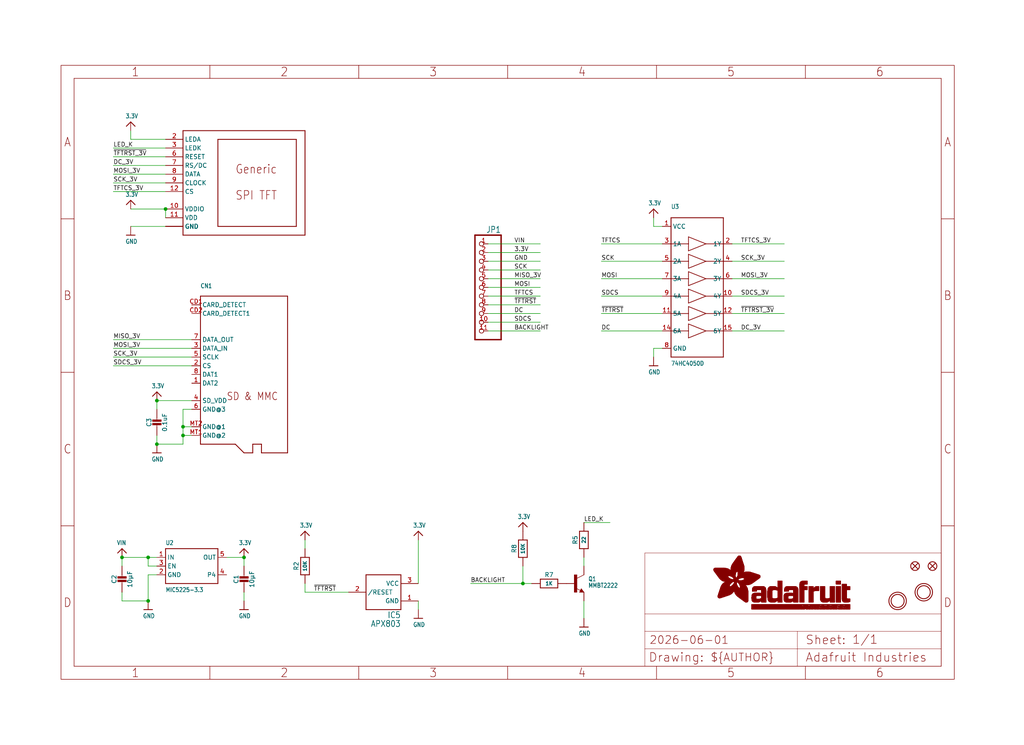
<source format=kicad_sch>
(kicad_sch (version 20230121) (generator eeschema)
  (paper "User" 298.45 217.322)
  (lib_symbols
    (symbol "working-eagle-import:3.3V" (power)
      (property "Value" "3.3V" (at -1.524 1.016 0))
      (symbol "3.3V_1_0"
        (pin power_in line (at 0 -2.54 90) (length 2.54) (name "3.3V") (number "1"))
      )
    )
    (symbol "working-eagle-import:74HC4050D"
      (property "Reference" "U" (at -7.62 22.86 0))
      (symbol "74HC4050D_1_0"
        (pin bidirectional line (at -10.16 17.78 0) (length 2.54) (name "VCC") (number "1"))
        (pin bidirectional line (at 10.16 -2.54 180) (length 2.54) (name "4Y") (number "10"))
        (pin bidirectional line (at -10.16 -7.62 0) (length 2.54) (name "5A") (number "11"))
        (pin bidirectional line (at 10.16 -7.62 180) (length 2.54) (name "5Y") (number "12"))
        (pin bidirectional line (at -10.16 -12.7 0) (length 2.54) (name "6A") (number "14"))
        (pin bidirectional line (at 10.16 -12.7 180) (length 2.54) (name "6Y") (number "15"))
        (pin bidirectional line (at 10.16 12.7 180) (length 2.54) (name "1Y") (number "2"))
        (pin bidirectional line (at -10.16 12.7 0) (length 2.54) (name "1A") (number "3"))
        (pin bidirectional line (at 10.16 7.62 180) (length 2.54) (name "2Y") (number "4"))
        (pin bidirectional line (at -10.16 7.62 0) (length 2.54) (name "2A") (number "5"))
        (pin bidirectional line (at 10.16 2.54 180) (length 2.54) (name "3Y") (number "6"))
        (pin bidirectional line (at -10.16 2.54 0) (length 2.54) (name "3A") (number "7"))
        (pin bidirectional line (at -10.16 -17.78 0) (length 2.54) (name "GND") (number "8"))
        (pin bidirectional line (at -10.16 -2.54 0) (length 2.54) (name "4A") (number "9"))
      )
    )
    (symbol "working-eagle-import:AXP083-SAG"
      (property "Reference" "IC" (at -5.08 -7.62 0))
      (symbol "AXP083-SAG_1_0"
        (pin power_in line (at -10.16 -2.54 0) (length 5.08) (name "GND") (number "1"))
        (pin output line (at 10.16 0 180) (length 5.08) (name "/RESET") (number "2"))
        (pin power_in line (at -10.16 2.54 0) (length 5.08) (name "VCC") (number "3"))
      )
    )
    (symbol "working-eagle-import:CAP_CERAMIC0805-NOOUTLINE"
      (property "Reference" "C" (at -2.29 1.25 90))
      (symbol "CAP_CERAMIC0805-NOOUTLINE_1_0"
        (pin passive line (at 0 5.08 270) (length 2.54) (name "1") (number "1"))
        (pin passive line (at 0 -2.54 90) (length 2.54) (name "2") (number "2"))
      )
    )
    (symbol "working-eagle-import:DISP_LCD_0.9IN_160X80"
      (symbol "DISP_LCD_0.9IN_160X80_1_0"
        (text "Generic" (at -7.62 2.54 0) (effects (font (size 2.54 2.159)) (justify left bottom)))
        (text "SPI TFT" (at -7.62 -5.08 0) (effects (font (size 2.54 2.159)) (justify left bottom)))
        (pin power_in line (at -27.94 -12.7 0) (length 5.08) (name "GND") (number "1"))
        (pin power_in line (at -27.94 -7.62 0) (length 5.08) (name "VDDIO") (number "10"))
        (pin power_in line (at -27.94 -10.16 0) (length 5.08) (name "VDD") (number "11"))
        (pin input line (at -27.94 -2.54 0) (length 5.08) (name "CS") (number "12"))
        (pin power_in line (at -27.94 -12.7 0) (length 5.08) (name "GND") (number "13"))
        (pin input line (at -27.94 12.7 0) (length 5.08) (name "LEDA") (number "2"))
        (pin input line (at -27.94 10.16 0) (length 5.08) (name "LEDK") (number "3"))
        (pin power_in line (at -27.94 -12.7 0) (length 5.08) (name "GND") (number "5"))
        (pin input line (at -27.94 7.62 0) (length 5.08) (name "RESET") (number "6"))
        (pin input line (at -27.94 5.08 0) (length 5.08) (name "RS/DC") (number "7"))
        (pin bidirectional line (at -27.94 2.54 0) (length 5.08) (name "DATA") (number "8"))
        (pin input line (at -27.94 0 0) (length 5.08) (name "CLOCK") (number "9"))
      )
    )
    (symbol "working-eagle-import:FIDUCIAL_1MM")
    (symbol "working-eagle-import:FRAME_A4_ADAFRUIT"
      (symbol "FRAME_A4_ADAFRUIT_1_0"
        (text "${#}/${##}" (at 230.505 10.16 0) (effects (font (size 2.54 2.54)) (justify left bottom)))
        (text "${AUTHOR}" (at 189.23 5.08 0) (effects (font (size 2.286 2.286)) (justify left bottom)))
        (text "${CURRENT_DATE}" (at 171.45 10.16 0) (effects (font (size 2.286 2.286)) (justify left bottom)))
        (text "${PROJECTNAME}" (at 171.45 15.24 0) (effects (font (size 2.54 2.54)) (justify left bottom)))
        (text "1" (at 21.6958 1.905 0) (effects (font (size 2.54 2.286))))
        (text "1" (at 21.6958 177.165 0) (effects (font (size 2.54 2.286))))
        (text "2" (at 65.0875 1.905 0) (effects (font (size 2.54 2.286))))
        (text "2" (at 65.0875 177.165 0) (effects (font (size 2.54 2.286))))
        (text "3" (at 108.4792 1.905 0) (effects (font (size 2.54 2.286))))
        (text "3" (at 108.4792 177.165 0) (effects (font (size 2.54 2.286))))
        (text "4" (at 151.8708 1.905 0) (effects (font (size 2.54 2.286))))
        (text "4" (at 151.8708 177.165 0) (effects (font (size 2.54 2.286))))
        (text "5" (at 195.2625 1.905 0) (effects (font (size 2.54 2.286))))
        (text "5" (at 195.2625 177.165 0) (effects (font (size 2.54 2.286))))
        (text "6" (at 238.6542 1.905 0) (effects (font (size 2.54 2.286))))
        (text "6" (at 238.6542 177.165 0) (effects (font (size 2.54 2.286))))
        (text "A" (at 1.905 156.6863 0) (effects (font (size 2.54 2.286))))
        (text "A" (at 258.445 156.6863 0) (effects (font (size 2.54 2.286))))
        (text "Adafruit Industries" (at 216.916 4.953 0) (effects (font (size 2.54 2.54)) (justify left bottom)))
        (text "B" (at 1.905 111.9188 0) (effects (font (size 2.54 2.286))))
        (text "B" (at 258.445 111.9188 0) (effects (font (size 2.54 2.286))))
        (text "C" (at 1.905 67.1513 0) (effects (font (size 2.54 2.286))))
        (text "C" (at 258.445 67.1513 0) (effects (font (size 2.54 2.286))))
        (text "D" (at 1.905 22.3838 0) (effects (font (size 2.54 2.286))))
        (text "D" (at 258.445 22.3838 0) (effects (font (size 2.54 2.286))))
        (text "Drawing:" (at 171.196 4.953 0) (effects (font (size 2.54 2.54)) (justify left bottom)))
        (text "Sheet:" (at 216.916 10.033 0) (effects (font (size 2.54 2.54)) (justify left bottom)))
      )
    )
    (symbol "working-eagle-import:GND" (power)
      (property "Value" "GND" (at -1.524 -2.54 0))
      (symbol "GND_1_0"
        (pin power_in line (at 0 2.54 270) (length 2.54) (name "GND") (number "1"))
      )
    )
    (symbol "working-eagle-import:HEADER-1X11"
      (property "Reference" "JP" (at -6.35 15.875 0))
      (symbol "HEADER-1X11_1_0"
        (pin passive inverted (at -2.54 12.7 0) (length 2.54) (name "1") (number "1"))
        (pin passive inverted (at -2.54 -10.16 0) (length 2.54) (name "10") (number "10"))
        (pin passive inverted (at -2.54 -12.7 0) (length 2.54) (name "11") (number "11"))
        (pin passive inverted (at -2.54 10.16 0) (length 2.54) (name "2") (number "2"))
        (pin passive inverted (at -2.54 7.62 0) (length 2.54) (name "3") (number "3"))
        (pin passive inverted (at -2.54 5.08 0) (length 2.54) (name "4") (number "4"))
        (pin passive inverted (at -2.54 2.54 0) (length 2.54) (name "5") (number "5"))
        (pin passive inverted (at -2.54 0 0) (length 2.54) (name "6") (number "6"))
        (pin passive inverted (at -2.54 -2.54 0) (length 2.54) (name "7") (number "7"))
        (pin passive inverted (at -2.54 -5.08 0) (length 2.54) (name "8") (number "8"))
        (pin passive inverted (at -2.54 -7.62 0) (length 2.54) (name "9") (number "9"))
      )
    )
    (symbol "working-eagle-import:MICROSD"
      (property "Reference" "X" (at -12.7 22.606 0))
      (symbol "MICROSD_1_0"
        (text "SD & MMC" (at -5.08 -10.16 0) (effects (font (size 2.1844 1.8567)) (justify left bottom)))
        (pin bidirectional line (at -15.24 -5.08 0) (length 2.54) (name "DAT2") (number "1"))
        (pin input line (at -15.24 0 0) (length 2.54) (name "CS") (number "2"))
        (pin input line (at -15.24 5.08 0) (length 2.54) (name "DATA_IN") (number "3"))
        (pin power_in line (at -15.24 -10.16 0) (length 2.54) (name "SD_VDD") (number "4"))
        (pin input line (at -15.24 2.54 0) (length 2.54) (name "SCLK") (number "5"))
        (pin power_in line (at -15.24 -12.7 0) (length 2.54) (name "GND@3") (number "6"))
        (pin output line (at -15.24 7.62 0) (length 2.54) (name "DATA_OUT") (number "7"))
        (pin bidirectional line (at -15.24 -2.54 0) (length 2.54) (name "DAT1") (number "8"))
        (pin passive line (at -15.24 17.78 0) (length 2.54) (name "CARD_DETECT") (number "CD1"))
        (pin passive line (at -15.24 15.24 0) (length 2.54) (name "CARD_DETECT1") (number "CD2"))
        (pin power_in line (at -15.24 -20.32 0) (length 2.54) (name "GND@2") (number "MT1"))
        (pin power_in line (at -15.24 -17.78 0) (length 2.54) (name "GND@1") (number "MT2"))
      )
    )
    (symbol "working-eagle-import:MOUNTINGHOLE2.5")
    (symbol "working-eagle-import:RESISTOR_0603_NOOUT"
      (property "Reference" "R" (at 0 2.54 0))
      (symbol "RESISTOR_0603_NOOUT_1_0"
        (pin passive line (at -5.08 0 0) (length 2.54) (name "1") (number "1"))
        (pin passive line (at 5.08 0 180) (length 2.54) (name "2") (number "2"))
      )
    )
    (symbol "working-eagle-import:TRANSISTOR_NPNWIDE"
      (property "Reference" "Q" (at 1.27 0.635 0))
      (symbol "TRANSISTOR_NPNWIDE_1_0"
        (pin passive line (at -5.08 0 0) (length 2.54) (name "B") (number "1"))
        (pin passive line (at 0 -5.08 90) (length 2.54) (name "E") (number "2"))
        (pin passive line (at 0 5.08 270) (length 2.54) (name "C") (number "3"))
      )
    )
    (symbol "working-eagle-import:VIN" (power)
      (property "Value" "VIN" (at -1.524 1.016 0))
      (symbol "VIN_1_0"
        (pin power_in line (at 0 -2.54 90) (length 2.54) (name "VIN") (number "1"))
      )
    )
    (symbol "working-eagle-import:VREG_SOT23-5"
      (property "Reference" "U" (at -7.62 6.096 0))
      (symbol "VREG_SOT23-5_1_0"
        (pin power_in line (at -10.16 2.54 0) (length 2.54) (name "IN") (number "1"))
        (pin power_in line (at -10.16 -2.54 0) (length 2.54) (name "GND") (number "2"))
        (pin input line (at -10.16 0 0) (length 2.54) (name "EN") (number "3"))
        (pin bidirectional line (at 10.16 -2.54 180) (length 2.54) (name "P4") (number "4"))
        (pin power_in line (at 10.16 2.54 180) (length 2.54) (name "OUT") (number "5"))
      )
    )
  )
  (junction (at 53.34 127))
  (junction (at 45.72 129.54))
  (junction (at 43.18 175.26))
  (junction (at 152.4 170.18))
  (junction (at 53.34 124.46))
  (junction (at 48.26 60.96))
  (junction (at 43.18 162.56))
  (junction (at 35.56 162.56))
  (junction (at 71.12 162.56))
  (junction (at 45.72 116.84))
  (wire (pts (xy 213.36 86.36) (xy 228.6 86.36)) (stroke (width 0.1524)))
  (wire (pts (xy 45.72 162.56) (xy 43.18 162.56)) (stroke (width 0.1524)))
  (wire (pts (xy 142.24 76.2) (xy 157.48 76.2)) (stroke (width 0.1524)))
  (wire (pts (xy 55.88 106.68) (xy 33.02 106.68)) (stroke (width 0.1524)))
  (wire (pts (xy 71.12 172.72) (xy 71.12 175.26)) (stroke (width 0.1524)))
  (wire (pts (xy 157.48 81.28) (xy 142.24 81.28)) (stroke (width 0.1524)))
  (wire (pts (xy 190.5 63.5) (xy 190.5 66.04)) (stroke (width 0.1524)))
  (wire (pts (xy 38.1 40.64) (xy 38.1 38.1)) (stroke (width 0.1524)))
  (wire (pts (xy 33.02 50.8) (xy 48.26 50.8)) (stroke (width 0.1524)))
  (wire (pts (xy 193.04 81.28) (xy 175.26 81.28)) (stroke (width 0.1524)))
  (wire (pts (xy 213.36 76.2) (xy 228.6 76.2)) (stroke (width 0.1524)))
  (wire (pts (xy 121.92 175.26) (xy 121.92 177.8)) (stroke (width 0.1524)))
  (wire (pts (xy 55.88 127) (xy 53.34 127)) (stroke (width 0.1524)))
  (wire (pts (xy 157.48 96.52) (xy 142.24 96.52)) (stroke (width 0.1524)))
  (wire (pts (xy 48.26 43.18) (xy 33.02 43.18)) (stroke (width 0.1524)))
  (wire (pts (xy 190.5 66.04) (xy 193.04 66.04)) (stroke (width 0.1524)))
  (wire (pts (xy 193.04 71.12) (xy 175.26 71.12)) (stroke (width 0.1524)))
  (wire (pts (xy 53.34 129.54) (xy 45.72 129.54)) (stroke (width 0.1524)))
  (wire (pts (xy 35.56 172.72) (xy 35.56 175.26)) (stroke (width 0.1524)))
  (wire (pts (xy 53.34 119.38) (xy 53.34 124.46)) (stroke (width 0.1524)))
  (wire (pts (xy 35.56 165.1) (xy 35.56 162.56)) (stroke (width 0.1524)))
  (wire (pts (xy 193.04 76.2) (xy 175.26 76.2)) (stroke (width 0.1524)))
  (wire (pts (xy 193.04 91.44) (xy 175.26 91.44)) (stroke (width 0.1524)))
  (wire (pts (xy 53.34 127) (xy 53.34 129.54)) (stroke (width 0.1524)))
  (wire (pts (xy 190.5 101.6) (xy 190.5 104.14)) (stroke (width 0.1524)))
  (wire (pts (xy 55.88 119.38) (xy 53.34 119.38)) (stroke (width 0.1524)))
  (wire (pts (xy 48.26 45.72) (xy 33.02 45.72)) (stroke (width 0.1524)))
  (wire (pts (xy 142.24 83.82) (xy 157.48 83.82)) (stroke (width 0.1524)))
  (wire (pts (xy 55.88 104.14) (xy 33.02 104.14)) (stroke (width 0.1524)))
  (wire (pts (xy 48.26 48.26) (xy 33.02 48.26)) (stroke (width 0.1524)))
  (wire (pts (xy 142.24 78.74) (xy 157.48 78.74)) (stroke (width 0.1524)))
  (wire (pts (xy 48.26 53.34) (xy 33.02 53.34)) (stroke (width 0.1524)))
  (wire (pts (xy 101.6 172.72) (xy 88.9 172.72)) (stroke (width 0.1524)))
  (wire (pts (xy 213.36 91.44) (xy 228.6 91.44)) (stroke (width 0.1524)))
  (wire (pts (xy 142.24 71.12) (xy 157.48 71.12)) (stroke (width 0.1524)))
  (wire (pts (xy 48.26 40.64) (xy 38.1 40.64)) (stroke (width 0.1524)))
  (wire (pts (xy 33.02 55.88) (xy 48.26 55.88)) (stroke (width 0.1524)))
  (wire (pts (xy 43.18 165.1) (xy 43.18 162.56)) (stroke (width 0.1524)))
  (wire (pts (xy 35.56 175.26) (xy 43.18 175.26)) (stroke (width 0.1524)))
  (wire (pts (xy 170.18 175.26) (xy 170.18 180.34)) (stroke (width 0.1524)))
  (wire (pts (xy 121.92 170.18) (xy 121.92 157.48)) (stroke (width 0.1524)))
  (wire (pts (xy 213.36 81.28) (xy 228.6 81.28)) (stroke (width 0.1524)))
  (wire (pts (xy 38.1 60.96) (xy 48.26 60.96)) (stroke (width 0.1524)))
  (wire (pts (xy 66.04 162.56) (xy 71.12 162.56)) (stroke (width 0.1524)))
  (wire (pts (xy 152.4 165.1) (xy 152.4 170.18)) (stroke (width 0.1524)))
  (wire (pts (xy 43.18 162.56) (xy 35.56 162.56)) (stroke (width 0.1524)))
  (wire (pts (xy 154.94 170.18) (xy 152.4 170.18)) (stroke (width 0.1524)))
  (wire (pts (xy 193.04 101.6) (xy 190.5 101.6)) (stroke (width 0.1524)))
  (wire (pts (xy 157.48 86.36) (xy 142.24 86.36)) (stroke (width 0.1524)))
  (wire (pts (xy 45.72 116.84) (xy 45.72 119.38)) (stroke (width 0.1524)))
  (wire (pts (xy 43.18 167.64) (xy 43.18 175.26)) (stroke (width 0.1524)))
  (wire (pts (xy 157.48 91.44) (xy 142.24 91.44)) (stroke (width 0.1524)))
  (wire (pts (xy 142.24 88.9) (xy 157.48 88.9)) (stroke (width 0.1524)))
  (wire (pts (xy 152.4 170.18) (xy 137.16 170.18)) (stroke (width 0.1524)))
  (wire (pts (xy 170.18 162.56) (xy 170.18 165.1)) (stroke (width 0.1524)))
  (wire (pts (xy 88.9 172.72) (xy 88.9 170.18)) (stroke (width 0.1524)))
  (wire (pts (xy 48.26 63.5) (xy 48.26 60.96)) (stroke (width 0.1524)))
  (wire (pts (xy 177.8 152.4) (xy 170.18 152.4)) (stroke (width 0.1524)))
  (wire (pts (xy 193.04 86.36) (xy 175.26 86.36)) (stroke (width 0.1524)))
  (wire (pts (xy 55.88 101.6) (xy 33.02 101.6)) (stroke (width 0.1524)))
  (wire (pts (xy 88.9 160.02) (xy 88.9 157.48)) (stroke (width 0.1524)))
  (wire (pts (xy 45.72 167.64) (xy 43.18 167.64)) (stroke (width 0.1524)))
  (wire (pts (xy 55.88 116.84) (xy 45.72 116.84)) (stroke (width 0.1524)))
  (wire (pts (xy 213.36 96.52) (xy 228.6 96.52)) (stroke (width 0.1524)))
  (wire (pts (xy 142.24 93.98) (xy 157.48 93.98)) (stroke (width 0.1524)))
  (wire (pts (xy 193.04 96.52) (xy 175.26 96.52)) (stroke (width 0.1524)))
  (wire (pts (xy 53.34 124.46) (xy 53.34 127)) (stroke (width 0.1524)))
  (wire (pts (xy 45.72 165.1) (xy 43.18 165.1)) (stroke (width 0.1524)))
  (wire (pts (xy 228.6 71.12) (xy 213.36 71.12)) (stroke (width 0.1524)))
  (wire (pts (xy 55.88 99.06) (xy 33.02 99.06)) (stroke (width 0.1524)))
  (wire (pts (xy 38.1 66.04) (xy 48.26 66.04)) (stroke (width 0.1524)))
  (wire (pts (xy 55.88 124.46) (xy 53.34 124.46)) (stroke (width 0.1524)))
  (wire (pts (xy 71.12 162.56) (xy 71.12 165.1)) (stroke (width 0.1524)))
  (wire (pts (xy 45.72 127) (xy 45.72 129.54)) (stroke (width 0.1524)))
  (wire (pts (xy 142.24 73.66) (xy 157.48 73.66)) (stroke (width 0.1524)))
  (label "TFTCS" (at 175.26 71.12 0) (effects (font (size 1.2446 1.2446))))
  (label "LED_K" (at 33.02 43.18 0) (effects (font (size 1.2446 1.2446))))
  (label "SDCS_3V" (at 33.02 106.68 0) (effects (font (size 1.2446 1.2446))))
  (label "~{TFTRST}" (at 149.86 88.9 0) (effects (font (size 1.2446 1.2446))))
  (label "SDCS" (at 175.26 86.36 0) (effects (font (size 1.2446 1.2446))))
  (label "DC" (at 149.86 91.44 0) (effects (font (size 1.2446 1.2446))))
  (label "SCK" (at 149.86 78.74 0) (effects (font (size 1.2446 1.2446))))
  (label "DC_3V" (at 215.9 96.52 0) (effects (font (size 1.2446 1.2446))))
  (label "TFTCS_3V" (at 215.9 71.12 0) (effects (font (size 1.2446 1.2446))))
  (label "~{TFTRST_3V}" (at 33.02 45.72 0) (effects (font (size 1.2446 1.2446))))
  (label "DC_3V" (at 33.02 48.26 0) (effects (font (size 1.2446 1.2446))))
  (label "DC" (at 175.26 96.52 0) (effects (font (size 1.2446 1.2446))))
  (label "MISO_3V" (at 149.86 81.28 0) (effects (font (size 1.2446 1.2446))))
  (label "MOSI_3V" (at 33.02 101.6 0) (effects (font (size 1.2446 1.2446))))
  (label "3.3V" (at 149.86 73.66 0) (effects (font (size 1.2446 1.2446))))
  (label "TFTCS_3V" (at 33.02 55.88 0) (effects (font (size 1.2446 1.2446))))
  (label "~{TFTRST}" (at 91.44 172.72 0) (effects (font (size 1.2446 1.2446))))
  (label "BACKLIGHT" (at 137.16 170.18 0) (effects (font (size 1.2446 1.2446))))
  (label "SCK_3V" (at 33.02 104.14 0) (effects (font (size 1.2446 1.2446))))
  (label "SCK_3V" (at 33.02 53.34 0) (effects (font (size 1.2446 1.2446))))
  (label "MISO_3V" (at 33.02 99.06 0) (effects (font (size 1.2446 1.2446))))
  (label "SCK_3V" (at 215.9 76.2 0) (effects (font (size 1.2446 1.2446))))
  (label "LED_K" (at 170.18 152.4 0) (effects (font (size 1.2446 1.2446))))
  (label "MOSI_3V" (at 33.02 50.8 0) (effects (font (size 1.2446 1.2446))))
  (label "MOSI" (at 175.26 81.28 0) (effects (font (size 1.2446 1.2446))))
  (label "MOSI_3V" (at 215.9 81.28 0) (effects (font (size 1.2446 1.2446))))
  (label "SCK" (at 175.26 76.2 0) (effects (font (size 1.2446 1.2446))))
  (label "BACKLIGHT" (at 149.86 96.52 0) (effects (font (size 1.2446 1.2446))))
  (label "SDCS" (at 149.86 93.98 0) (effects (font (size 1.2446 1.2446))))
  (label "TFTCS" (at 149.86 86.36 0) (effects (font (size 1.2446 1.2446))))
  (label "VIN" (at 149.86 71.12 0) (effects (font (size 1.2446 1.2446))))
  (label "GND" (at 149.86 76.2 0) (effects (font (size 1.2446 1.2446))))
  (label "SDCS_3V" (at 215.9 86.36 0) (effects (font (size 1.2446 1.2446))))
  (label "~{TFTRST}" (at 175.26 91.44 0) (effects (font (size 1.2446 1.2446))))
  (label "MOSI" (at 149.86 83.82 0) (effects (font (size 1.2446 1.2446))))
  (label "~{TFTRST_3V}" (at 215.9 91.44 0) (effects (font (size 1.2446 1.2446))))
  (symbol (lib_id "working-eagle-import:FRAME_A4_ADAFRUIT") (at 17.78 198.12 0) (unit 1)
    (property "Reference" "#U$1" (effects hide))
    (property "Value" "FRAME_A4_ADAFRUIT" (effects hide))
  )
  (symbol (lib_id "working-eagle-import:GND") (at 43.18 177.8 0) (unit 1)
    (property "Reference" "#U$25" (effects hide))
    (property "Value" "GND" (at 41.656 180.34 0) (effects (font (size 1.27 1.0795)) (justify left bottom)))
  )
  (symbol (lib_id "working-eagle-import:GND") (at 45.72 132.08 0) (unit 1)
    (property "Reference" "#U$22" (effects hide))
    (property "Value" "GND" (at 44.196 134.62 0) (effects (font (size 1.27 1.0795)) (justify left bottom)))
  )
  (symbol (lib_id "working-eagle-import:RESISTOR_0603_NOOUT") (at 152.4 160.02 90) (unit 1)
    (property "Reference" "R8" (at 149.86 160.02 0))
    (property "Value" "10K" (at 152.4 160.02 0) (effects (font (size 1.016 1.016) bold)))
    (property "Footprint" "working:0603-NO" (effects hide))
  )
  (symbol (lib_id "working-eagle-import:3.3V") (at 38.1 35.56 0) (unit 1)
    (property "Reference" "#U$15" (effects hide))
    (property "Value" "3.3V" (at 36.576 34.544 0) (effects (font (size 1.27 1.0795)) (justify left bottom)))
  )
  (symbol (lib_id "working-eagle-import:MICROSD") (at 71.12 106.68 0) (unit 1)
    (property "Reference" "CN1" (at 58.42 84.074 0) (effects (font (size 1.27 1.0795)) (justify left bottom)))
    (property "Value" "MICROSD" (effects hide))
    (property "Footprint" "working:MICROSD" (effects hide))
  )
  (symbol (lib_id "working-eagle-import:FIDUCIAL_1MM") (at 271.78 165.1 0) (unit 1)
    (property "Reference" "FID1" (effects hide))
    (property "Value" "FIDUCIAL_1MM" (effects hide))
    (property "Footprint" "working:FIDUCIAL_1MM" (effects hide))
  )
  (symbol (lib_id "working-eagle-import:3.3V") (at 121.92 154.94 0) (unit 1)
    (property "Reference" "#U$31" (effects hide))
    (property "Value" "3.3V" (at 120.396 153.924 0) (effects (font (size 1.27 1.0795)) (justify left bottom)))
  )
  (symbol (lib_id "working-eagle-import:DISP_LCD_0.9IN_160X80") (at 76.2 53.34 0) (unit 1)
    (property "Reference" "U$2" (effects hide))
    (property "Value" "DISP_LCD_0.9IN_160X80" (effects hide))
    (property "Footprint" "working:TFT_0.96IN_160X80" (effects hide))
  )
  (symbol (lib_id "working-eagle-import:FIDUCIAL_1MM") (at 266.7 165.1 0) (unit 1)
    (property "Reference" "FID2" (effects hide))
    (property "Value" "FIDUCIAL_1MM" (effects hide))
    (property "Footprint" "working:FIDUCIAL_1MM" (effects hide))
  )
  (symbol (lib_id "working-eagle-import:3.3V") (at 88.9 154.94 0) (unit 1)
    (property "Reference" "#U$21" (effects hide))
    (property "Value" "3.3V" (at 87.376 153.924 0) (effects (font (size 1.27 1.0795)) (justify left bottom)))
  )
  (symbol (lib_id "working-eagle-import:GND") (at 38.1 68.58 0) (unit 1)
    (property "Reference" "#U$5" (effects hide))
    (property "Value" "GND" (at 36.576 71.12 0) (effects (font (size 1.27 1.0795)) (justify left bottom)))
  )
  (symbol (lib_id "working-eagle-import:GND") (at 71.12 177.8 0) (unit 1)
    (property "Reference" "#U$27" (effects hide))
    (property "Value" "GND" (at 69.596 180.34 0) (effects (font (size 1.27 1.0795)) (justify left bottom)))
  )
  (symbol (lib_id "working-eagle-import:VIN") (at 35.56 160.02 0) (unit 1)
    (property "Reference" "#U$28" (effects hide))
    (property "Value" "VIN" (at 34.036 159.004 0) (effects (font (size 1.27 1.0795)) (justify left bottom)))
  )
  (symbol (lib_id "working-eagle-import:RESISTOR_0603_NOOUT") (at 170.18 157.48 90) (unit 1)
    (property "Reference" "R5" (at 167.64 157.48 0))
    (property "Value" "22" (at 170.18 157.48 0) (effects (font (size 1.016 1.016) bold)))
    (property "Footprint" "working:0603-NO" (effects hide))
  )
  (symbol (lib_id "working-eagle-import:GND") (at 121.92 180.34 0) (unit 1)
    (property "Reference" "#U$17" (effects hide))
    (property "Value" "GND" (at 120.396 182.88 0) (effects (font (size 1.27 1.0795)) (justify left bottom)))
  )
  (symbol (lib_id "working-eagle-import:3.3V") (at 152.4 152.4 0) (unit 1)
    (property "Reference" "#U$30" (effects hide))
    (property "Value" "3.3V" (at 150.876 151.384 0) (effects (font (size 1.27 1.0795)) (justify left bottom)))
  )
  (symbol (lib_id "working-eagle-import:HEADER-1X11") (at 139.7 83.82 0) (mirror y) (unit 1)
    (property "Reference" "JP1" (at 146.05 67.945 0) (effects (font (size 1.778 1.5113)) (justify left bottom)))
    (property "Value" "HEADER-1X11" (effects hide))
    (property "Footprint" "working:1X11_ROUND" (effects hide))
  )
  (symbol (lib_id "working-eagle-import:MOUNTINGHOLE2.5") (at 269.24 172.72 0) (unit 1)
    (property "Reference" "U$9" (effects hide))
    (property "Value" "MOUNTINGHOLE2.5" (effects hide))
    (property "Footprint" "working:MOUNTINGHOLE_2.5_PLATED" (effects hide))
  )
  (symbol (lib_id "working-eagle-import:RESISTOR_0603_NOOUT") (at 88.9 165.1 90) (unit 1)
    (property "Reference" "R2" (at 86.36 165.1 0))
    (property "Value" "10K" (at 88.9 165.1 0) (effects (font (size 1.016 1.016) bold)))
    (property "Footprint" "working:0603-NO" (effects hide))
  )
  (symbol (lib_id "working-eagle-import:CAP_CERAMIC0805-NOOUTLINE") (at 71.12 170.18 0) (unit 1)
    (property "Reference" "C1" (at 68.83 168.93 90))
    (property "Value" "10µF" (at 73.42 168.93 90))
    (property "Footprint" "working:0805-NO" (effects hide))
  )
  (symbol (lib_id "working-eagle-import:RESISTOR_0603_NOOUT") (at 160.02 170.18 0) (unit 1)
    (property "Reference" "R7" (at 160.02 167.64 0))
    (property "Value" "1K" (at 160.02 170.18 0) (effects (font (size 1.016 1.016) bold)))
    (property "Footprint" "working:0603-NO" (effects hide))
  )
  (symbol (lib_id "working-eagle-import:CAP_CERAMIC0805-NOOUTLINE") (at 45.72 124.46 0) (unit 1)
    (property "Reference" "C3" (at 43.43 123.21 90))
    (property "Value" "0.1uF" (at 48.02 123.21 90))
    (property "Footprint" "working:0805-NO" (effects hide))
  )
  (symbol (lib_id "working-eagle-import:3.3V") (at 38.1 58.42 0) (unit 1)
    (property "Reference" "#U$13" (effects hide))
    (property "Value" "3.3V" (at 36.576 57.404 0) (effects (font (size 1.27 1.0795)) (justify left bottom)))
  )
  (symbol (lib_id "working-eagle-import:GND") (at 170.18 182.88 0) (unit 1)
    (property "Reference" "#U$29" (effects hide))
    (property "Value" "GND" (at 168.656 185.42 0) (effects (font (size 1.27 1.0795)) (justify left bottom)))
  )
  (symbol (lib_id "working-eagle-import:MOUNTINGHOLE2.5") (at 261.62 175.26 0) (unit 1)
    (property "Reference" "U$10" (effects hide))
    (property "Value" "MOUNTINGHOLE2.5" (effects hide))
    (property "Footprint" "working:MOUNTINGHOLE_2.5_PLATED" (effects hide))
  )
  (symbol (lib_id "working-eagle-import:CAP_CERAMIC0805-NOOUTLINE") (at 35.56 170.18 0) (unit 1)
    (property "Reference" "C2" (at 33.27 168.93 90))
    (property "Value" "10µF" (at 37.86 168.93 90))
    (property "Footprint" "working:0805-NO" (effects hide))
  )
  (symbol (lib_id "working-eagle-import:3.3V") (at 190.5 60.96 0) (unit 1)
    (property "Reference" "#U$12" (effects hide))
    (property "Value" "3.3V" (at 188.976 59.944 0) (effects (font (size 1.27 1.0795)) (justify left bottom)))
  )
  (symbol (lib_id "working-eagle-import:GND") (at 190.5 106.68 0) (unit 1)
    (property "Reference" "#U$8" (effects hide))
    (property "Value" "GND" (at 188.976 109.22 0) (effects (font (size 1.27 1.0795)) (justify left bottom)))
  )
  (symbol (lib_id "working-eagle-import:AXP083-SAG") (at 111.76 172.72 0) (mirror y) (unit 1)
    (property "Reference" "IC5" (at 116.84 180.34 0) (effects (font (size 1.778 1.5113)) (justify left bottom)))
    (property "Value" "APX803" (at 116.84 182.88 0) (effects (font (size 1.778 1.5113)) (justify left bottom)))
    (property "Footprint" "working:SOT23" (effects hide))
  )
  (symbol (lib_id "working-eagle-import:74HC4050D") (at 203.2 83.82 0) (unit 1)
    (property "Reference" "U3" (at 195.58 60.96 0) (effects (font (size 1.27 1.0795)) (justify left bottom)))
    (property "Value" "74HC4050D" (at 195.58 106.68 0) (effects (font (size 1.27 1.0795)) (justify left bottom)))
    (property "Footprint" "working:SOIC16" (effects hide))
  )
  (symbol (lib_id "working-eagle-import:VREG_SOT23-5") (at 55.88 165.1 0) (unit 1)
    (property "Reference" "U2" (at 48.26 159.004 0) (effects (font (size 1.27 1.0795)) (justify left bottom)))
    (property "Value" "MIC5225-3.3" (at 48.26 172.72 0) (effects (font (size 1.27 1.0795)) (justify left bottom)))
    (property "Footprint" "working:SOT23-5" (effects hide))
  )
  (symbol (lib_id "working-eagle-import:3.3V") (at 71.12 160.02 0) (unit 1)
    (property "Reference" "#U$26" (effects hide))
    (property "Value" "3.3V" (at 69.596 159.004 0) (effects (font (size 1.27 1.0795)) (justify left bottom)))
  )
  (symbol (lib_id "working-eagle-import:3.3V") (at 45.72 114.3 0) (unit 1)
    (property "Reference" "#U$20" (effects hide))
    (property "Value" "3.3V" (at 44.196 113.284 0) (effects (font (size 1.27 1.0795)) (justify left bottom)))
  )
  (symbol (lib_id "working-eagle-import:TRANSISTOR_NPNWIDE") (at 170.18 170.18 0) (unit 1)
    (property "Reference" "Q1" (at 171.45 169.545 0) (effects (font (size 1.27 1.0795)) (justify left bottom)))
    (property "Value" "MMBT2222" (at 171.45 171.45 0) (effects (font (size 1.27 1.0795)) (justify left bottom)))
    (property "Footprint" "working:SOT23-WIDE" (effects hide))
  )
)
</source>
